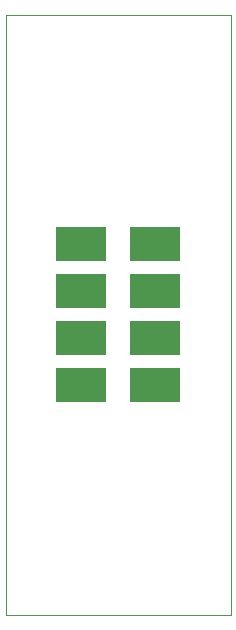
<source format=gbp>
%FSLAX25Y25*%
%MOIN*%
G70*
G01*
G75*
G04 Layer_Color=6049101*
%ADD10R,0.05906X0.05906*%
%ADD11R,0.08000X0.05000*%
%ADD12C,0.02500*%
%ADD13C,0.00100*%
%ADD14C,0.16500*%
%ADD15C,0.04000*%
%ADD16R,0.17716X0.12205*%
%ADD17C,0.01000*%
%ADD18R,0.04906X0.04906*%
%ADD19R,0.07000X0.04000*%
%ADD20R,0.16716X0.11205*%
D13*
X500000Y400000D02*
Y600000D01*
Y400000D02*
X575000D01*
Y600000D01*
X500000D02*
X575000D01*
D20*
X549806Y523700D02*
D03*
X525200D02*
D03*
X549806Y507952D02*
D03*
Y492204D02*
D03*
Y476456D02*
D03*
X525200Y507952D02*
D03*
Y492204D02*
D03*
Y476456D02*
D03*
M02*

</source>
